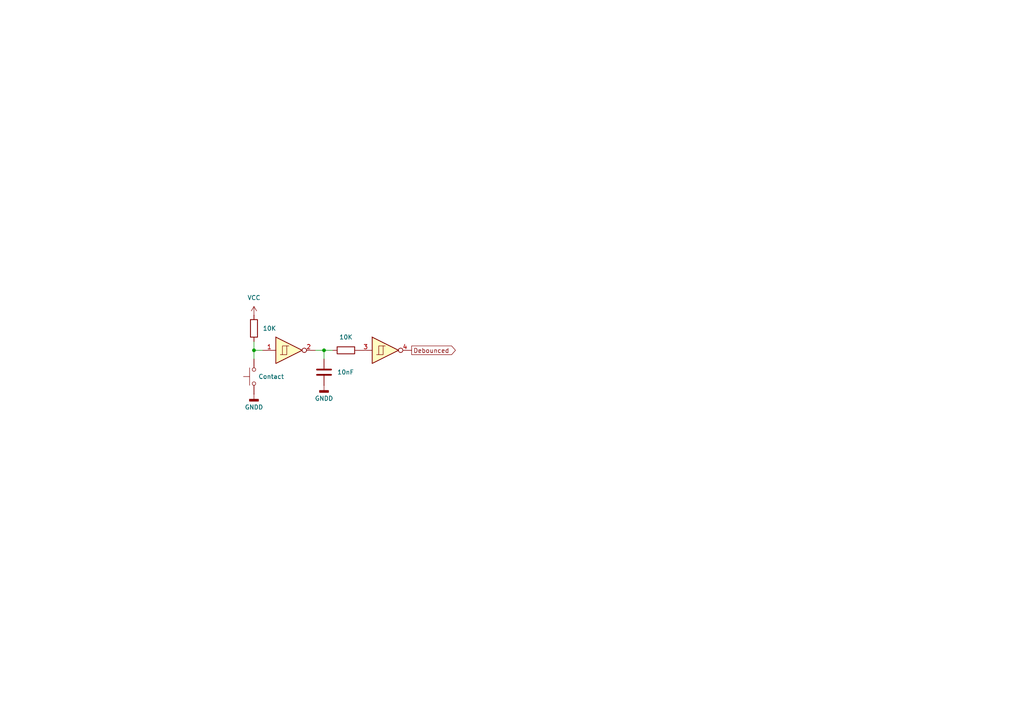
<source format=kicad_sch>
(kicad_sch (version 20250114) (generator "eeschema") (generator_version "9.0")
  (paper "A4")
  (lib_symbols
    (symbol "74xx:74HC14" (pin_names (offset 1.016))
      (property "Reference" "U" (at 0 1.27 0))
      (property "Value" "74HC14" (at 0 -1.27 0))
      (symbol "74HC14_1_0"
        (polyline (pts (xy -3.81 3.81) (xy -3.81 -3.81) (xy 3.81 0) (xy -3.81 3.81)) (stroke (width 0.254)) (fill (type background)))
        (pin input line (at -7.62 0 0) (length 3.81) (name "~") (number "1"))
        (pin output inverted (at 7.62 0 180) (length 3.81) (name "~") (number "2"))
      )
      (symbol "74HC14_1_1"
        (polyline (pts (xy -2.54 -1.27) (xy -0.635 -1.27) (xy -0.635 1.27) (xy 0 1.27)))
        (polyline (pts (xy -1.905 -1.27) (xy -1.905 1.27) (xy -0.635 1.27)))
      )
      (symbol "74HC14_2_0"
        (polyline (pts (xy -3.81 3.81) (xy -3.81 -3.81) (xy 3.81 0) (xy -3.81 3.81)) (stroke (width 0.254)) (fill (type background)))
        (pin input line (at -7.62 0 0) (length 3.81) (name "~") (number "3"))
        (pin output inverted (at 7.62 0 180) (length 3.81) (name "~") (number "4"))
      )
      (symbol "74HC14_2_1"
        (polyline (pts (xy -2.54 -1.27) (xy -0.635 -1.27) (xy -0.635 1.27) (xy 0 1.27)))
        (polyline (pts (xy -1.905 -1.27) (xy -1.905 1.27) (xy -0.635 1.27)))
      )
      (symbol "74HC14_3_0"
        (polyline (pts (xy -3.81 3.81) (xy -3.81 -3.81) (xy 3.81 0) (xy -3.81 3.81)) (stroke (width 0.254)) (fill (type background)))
        (pin input line (at -7.62 0 0) (length 3.81) (name "~") (number "5"))
        (pin output inverted (at 7.62 0 180) (length 3.81) (name "~") (number "6"))
      )
      (symbol "74HC14_3_1"
        (polyline (pts (xy -2.54 -1.27) (xy -0.635 -1.27) (xy -0.635 1.27) (xy 0 1.27)))
        (polyline (pts (xy -1.905 -1.27) (xy -1.905 1.27) (xy -0.635 1.27)))
      )
      (symbol "74HC14_4_0"
        (polyline (pts (xy -3.81 3.81) (xy -3.81 -3.81) (xy 3.81 0) (xy -3.81 3.81)) (stroke (width 0.254)) (fill (type background)))
        (pin input line (at -7.62 0 0) (length 3.81) (name "~") (number "9"))
        (pin output inverted (at 7.62 0 180) (length 3.81) (name "~") (number "8"))
      )
      (symbol "74HC14_4_1"
        (polyline (pts (xy -2.54 -1.27) (xy -0.635 -1.27) (xy -0.635 1.27) (xy 0 1.27)))
        (polyline (pts (xy -1.905 -1.27) (xy -1.905 1.27) (xy -0.635 1.27)))
      )
      (symbol "74HC14_5_0"
        (polyline (pts (xy -3.81 3.81) (xy -3.81 -3.81) (xy 3.81 0) (xy -3.81 3.81)) (stroke (width 0.254)) (fill (type background)))
        (pin input line (at -7.62 0 0) (length 3.81) (name "~") (number "11"))
        (pin output inverted (at 7.62 0 180) (length 3.81) (name "~") (number "10"))
      )
      (symbol "74HC14_5_1"
        (polyline (pts (xy -2.54 -1.27) (xy -0.635 -1.27) (xy -0.635 1.27) (xy 0 1.27)))
        (polyline (pts (xy -1.905 -1.27) (xy -1.905 1.27) (xy -0.635 1.27)))
      )
      (symbol "74HC14_6_0"
        (polyline (pts (xy -3.81 3.81) (xy -3.81 -3.81) (xy 3.81 0) (xy -3.81 3.81)) (stroke (width 0.254)) (fill (type background)))
        (pin input line (at -7.62 0 0) (length 3.81) (name "~") (number "13"))
        (pin output inverted (at 7.62 0 180) (length 3.81) (name "~") (number "12"))
      )
      (symbol "74HC14_6_1"
        (polyline (pts (xy -2.54 -1.27) (xy -0.635 -1.27) (xy -0.635 1.27) (xy 0 1.27)))
        (polyline (pts (xy -1.905 -1.27) (xy -1.905 1.27) (xy -0.635 1.27)))
      )
      (symbol "74HC14_7_0"
        (pin power_in line (at 0 12.7 270) (length 5.08) (name "VCC") (number "14"))
        (pin power_in line (at 0 -12.7 90) (length 5.08) (name "GND") (number "7"))
      )
      (symbol "74HC14_7_1"
        (rectangle (start -5.08 7.62) (end 5.08 -7.62) (stroke (width 0.254)) (fill (type background)))
      )
    )
    (symbol "Device:C" (pin_numbers (hide yes)) (pin_names (offset 0.254))
      (property "Reference" "C" (at 0.635 2.54 0))
      (property "Value" "C" (at 0.635 -2.54 0))
      (symbol "C_0_1"
        (polyline (pts (xy -2.032 0.762) (xy 2.032 0.762)) (stroke (width 0.508)))
        (polyline (pts (xy -2.032 -0.762) (xy 2.032 -0.762)) (stroke (width 0.508)))
      )
      (symbol "C_1_1"
        (pin passive line (at 0 3.81 270) (length 2.794) (name "~") (number "1"))
        (pin passive line (at 0 -3.81 90) (length 2.794) (name "~") (number "2"))
      )
    )
    (symbol "Device:R" (pin_numbers (hide yes)) (pin_names (offset 0))
      (property "Reference" "R" (at 2.032 0 90))
      (property "Value" "R" (at 0 0 90))
      (symbol "R_0_1"
        (rectangle (start -1.016 -2.54) (end 1.016 2.54) (stroke (width 0.254)))
      )
      (symbol "R_1_1"
        (pin passive line (at 0 3.81 270) (length 1.27) (name "~") (number "1"))
        (pin passive line (at 0 -3.81 90) (length 1.27) (name "~") (number "2"))
      )
    )
    (symbol "Switch:SW_Push" (pin_numbers (hide yes)) (pin_names (offset 1.016) (hide yes))
      (property "Reference" "SW" (at 1.27 2.54 0))
      (property "Value" "SW_Push" (at 0 -1.524 0))
      (symbol "SW_Push_0_1"
        (circle (center -2.032 0) (radius 0.508))
        (polyline (pts (xy 0 1.27) (xy 0 3.048)))
        (circle (center 2.032 0) (radius 0.508))
        (polyline (pts (xy 2.54 1.27) (xy -2.54 1.27)))
        (pin passive line (at -5.08 0 0) (length 2.54) (name "1") (number "1"))
        (pin passive line (at 5.08 0 180) (length 2.54) (name "2") (number "2"))
      )
    )
    (symbol "power:GNDD" (power) (pin_numbers (hide yes)) (pin_names (offset 0) (hide yes))
      (property "Value" "GNDD" (at 0 -3.175 0))
      (symbol "GNDD_0_1"
        (rectangle (start -1.27 -1.524) (end 1.27 -2.032) (stroke (width 0.254)) (fill (type outline)))
        (polyline (pts (xy 0 0) (xy 0 -1.524)))
      )
      (symbol "GNDD_1_1"
        (pin power_in line (at 0 0 270) (length 0) (name "~") (number "1"))
      )
    )
    (symbol "power:VCC" (power) (pin_numbers (hide yes)) (pin_names (offset 0) (hide yes))
      (property "Value" "VCC" (at 0 3.556 0))
      (symbol "VCC_0_1"
        (polyline (pts (xy -0.762 1.27) (xy 0 2.54)))
        (polyline (pts (xy 0 2.54) (xy 0.762 1.27)))
        (polyline (pts (xy 0 0) (xy 0 2.54)))
      )
      (symbol "VCC_1_1"
        (pin power_in line (at 0 0 90) (length 0) (name "~") (number "1"))
      )
    )
  )
  (junction (at 73.66 101.6))
  (junction (at 93.98 101.6))
  (wire (pts (xy 73.66 101.6) (xy 76.2 101.6)))
  (wire (pts (xy 93.98 101.6) (xy 93.98 104.14)))
  (wire (pts (xy 73.66 101.6) (xy 73.66 104.14)))
  (wire (pts (xy 73.66 99.06) (xy 73.66 101.6)))
  (wire (pts (xy 93.98 101.6) (xy 96.52 101.6)))
  (wire (pts (xy 91.44 101.6) (xy 93.98 101.6)))
  (global_label "Debounced" (shape output) (at 119.38 101.6 0) (property "Intersheetrefs" "${INTERSHEET_REFS}" (effects (hide yes))))
  (symbol (lib_id "power:VCC") (at 73.66 91.44 0) (unit 1)
    (property "Reference" "#PWR01" (effects (hide yes)))
    (property "Value" "VCC" (at 73.66 86.36 0))
    (property "Description" "Power symbol creates a global label with name \"VCC\"" (effects (hide yes)))
  )
  (symbol (lib_id "Device:C") (at 93.98 107.95 0) (unit 1)
    (property "Reference" "C1" (effects (hide yes)))
    (property "Value" "10nF" (at 97.79 107.9499 0) (effects (justify left)))
    (property "Description" "Unpolarized capacitor" (effects (hide yes)))
  )
  (symbol (lib_id "74xx:74HC14") (at 111.76 101.6 0) (unit 2)
    (property "Reference" "U1" (effects (hide yes)))
    (property "Value" "74HC14" (effects (hide yes)))
    (property "Datasheet" "http://www.ti.com/lit/gpn/sn74HC14" (effects (hide yes)))
    (property "Description" "Hex inverter schmitt trigger" (effects (hide yes)))
  )
  (symbol (lib_id "Device:R") (at 73.66 95.25 0) (unit 1)
    (property "Reference" "R1" (effects (hide yes)))
    (property "Value" "10K" (at 76.2 95.2499 0) (effects (justify left)))
    (property "Description" "Resistor" (effects (hide yes)))
  )
  (symbol (lib_id "power:GNDD") (at 93.98 111.76 0) (unit 1)
    (property "Reference" "#PWR03" (effects (hide yes)))
    (property "Value" "GNDD" (at 93.98 115.57 0))
    (property "Description" "Power symbol creates a global label with name \"GNDD\" , digital ground" (effects (hide yes)))
  )
  (symbol (lib_id "74xx:74HC14") (at 83.82 101.6 0) (unit 1)
    (property "Reference" "U1" (effects (hide yes)))
    (property "Value" "74HC14" (effects (hide yes)))
    (property "Datasheet" "http://www.ti.com/lit/gpn/sn74HC14" (effects (hide yes)))
    (property "Description" "Hex inverter schmitt trigger" (effects (hide yes)))
  )
  (symbol (lib_id "Device:R") (at 100.33 101.6 90) (unit 1)
    (property "Reference" "R2" (effects (hide yes)))
    (property "Value" "10K" (at 100.33 97.79 90))
    (property "Description" "Resistor" (effects (hide yes)))
  )
  (symbol (lib_id "power:GNDD") (at 73.66 114.3 0) (unit 1)
    (property "Reference" "#PWR02" (effects (hide yes)))
    (property "Value" "GNDD" (at 73.66 118.11 0))
    (property "Description" "Power symbol creates a global label with name \"GNDD\" , digital ground" (effects (hide yes)))
  )
  (symbol (lib_id "Switch:SW_Push") (at 73.66 109.22 90) (unit 1)
    (property "Reference" "SW1" (effects (hide yes)))
    (property "Value" "Contact" (at 74.93 109.2199 90) (effects (justify right)))
    (property "Description" "Push button switch, generic, two pins" (effects (hide yes)))
  )
)
</source>
